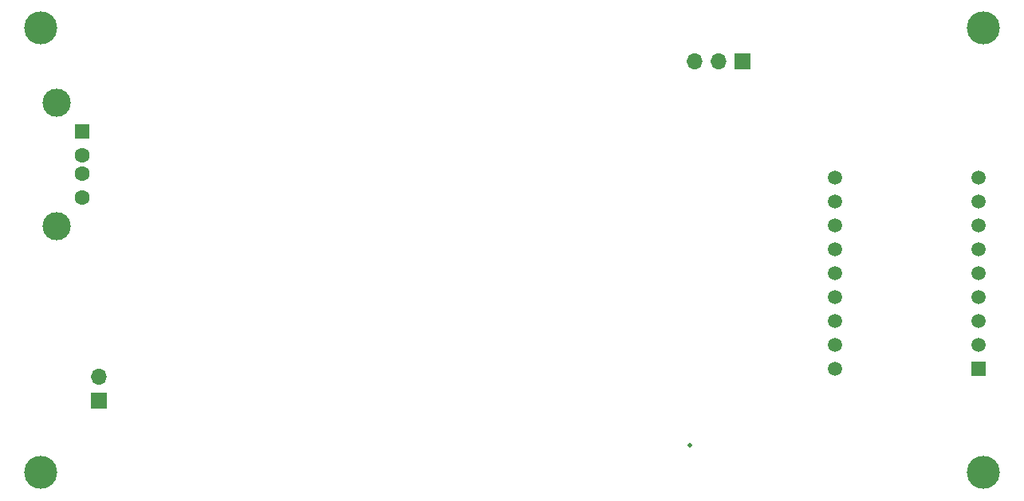
<source format=gbr>
%TF.GenerationSoftware,KiCad,Pcbnew,(6.0.0-rc1-19-g83300c0b61)*%
%TF.CreationDate,2021-11-25T18:24:15-08:00*%
%TF.ProjectId,autotunemic,6175746f-7475-46e6-956d-69632e6b6963,rev?*%
%TF.SameCoordinates,Original*%
%TF.FileFunction,Soldermask,Bot*%
%TF.FilePolarity,Negative*%
%FSLAX46Y46*%
G04 Gerber Fmt 4.6, Leading zero omitted, Abs format (unit mm)*
G04 Created by KiCad (PCBNEW (6.0.0-rc1-19-g83300c0b61)) date 2021-11-25 18:24:15*
%MOMM*%
%LPD*%
G01*
G04 APERTURE LIST*
%ADD10C,3.500000*%
%ADD11R,1.600000X1.600000*%
%ADD12C,1.600000*%
%ADD13C,3.000000*%
%ADD14C,0.500000*%
%ADD15R,1.500000X1.500000*%
%ADD16C,1.500000*%
%ADD17R,1.700000X1.700000*%
%ADD18O,1.700000X1.700000*%
G04 APERTURE END LIST*
D10*
%TO.C,REF\u002A\u002A*%
X103069000Y-106680000D03*
%TD*%
D11*
%TO.C,J_usb1*%
X107408000Y-117658000D03*
D12*
X107408000Y-120158000D03*
X107408000Y-122158000D03*
X107408000Y-124658000D03*
D13*
X104698000Y-114588000D03*
X104698000Y-127728000D03*
%TD*%
D10*
%TO.C,REF\u002A\u002A*%
X203145000Y-106680000D03*
%TD*%
D14*
%TO.C,MK_mic1*%
X171958000Y-151038000D03*
%TD*%
D15*
%TO.C,U_display1*%
X202609500Y-142929500D03*
D16*
X202609500Y-140389500D03*
X202609500Y-137849500D03*
X202609500Y-135309500D03*
X202609500Y-132769500D03*
X202609500Y-130229500D03*
X202609500Y-127689500D03*
X202609500Y-125149500D03*
X202609500Y-122609500D03*
X187369500Y-122609500D03*
X187369500Y-125149500D03*
X187369500Y-127689500D03*
X187369500Y-130229500D03*
X187369500Y-132769500D03*
X187369500Y-135309500D03*
X187369500Y-137849500D03*
X187369500Y-140389500D03*
X187369500Y-142929500D03*
%TD*%
D10*
%TO.C,REF\u002A\u002A*%
X203145000Y-153924000D03*
%TD*%
D17*
%TO.C,J_aout1*%
X109220000Y-146304000D03*
D18*
X109220000Y-143764000D03*
%TD*%
D10*
%TO.C,REF\u002A\u002A*%
X103069000Y-153924000D03*
%TD*%
D17*
%TO.C,J_1*%
X177546000Y-110236000D03*
D18*
X175006000Y-110236000D03*
X172466000Y-110236000D03*
%TD*%
M02*

</source>
